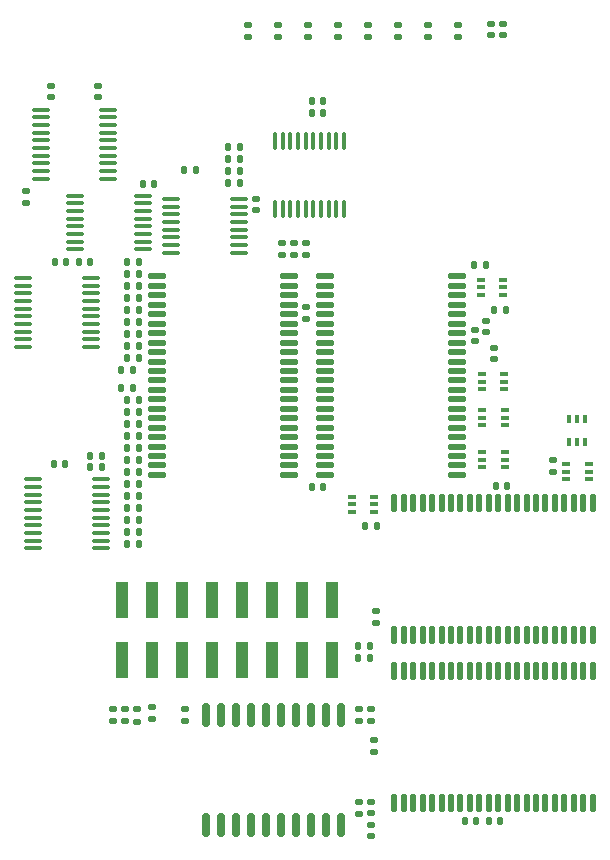
<source format=gtp>
G04 #@! TF.GenerationSoftware,KiCad,Pcbnew,9.0.2*
G04 #@! TF.CreationDate,2025-07-03T22:57:35-04:00*
G04 #@! TF.ProjectId,RamBanks,52616d42-616e-46b7-932e-6b696361645f,A*
G04 #@! TF.SameCoordinates,Original*
G04 #@! TF.FileFunction,Paste,Top*
G04 #@! TF.FilePolarity,Positive*
%FSLAX46Y46*%
G04 Gerber Fmt 4.6, Leading zero omitted, Abs format (unit mm)*
G04 Created by KiCad (PCBNEW 9.0.2) date 2025-07-03 22:57:35*
%MOMM*%
%LPD*%
G01*
G04 APERTURE LIST*
G04 Aperture macros list*
%AMRoundRect*
0 Rectangle with rounded corners*
0 $1 Rounding radius*
0 $2 $3 $4 $5 $6 $7 $8 $9 X,Y pos of 4 corners*
0 Add a 4 corners polygon primitive as box body*
4,1,4,$2,$3,$4,$5,$6,$7,$8,$9,$2,$3,0*
0 Add four circle primitives for the rounded corners*
1,1,$1+$1,$2,$3*
1,1,$1+$1,$4,$5*
1,1,$1+$1,$6,$7*
1,1,$1+$1,$8,$9*
0 Add four rect primitives between the rounded corners*
20,1,$1+$1,$2,$3,$4,$5,0*
20,1,$1+$1,$4,$5,$6,$7,0*
20,1,$1+$1,$6,$7,$8,$9,0*
20,1,$1+$1,$8,$9,$2,$3,0*%
G04 Aperture macros list end*
%ADD10RoundRect,0.140000X-0.140000X-0.170000X0.140000X-0.170000X0.140000X0.170000X-0.140000X0.170000X0*%
%ADD11RoundRect,0.100000X0.225000X0.100000X-0.225000X0.100000X-0.225000X-0.100000X0.225000X-0.100000X0*%
%ADD12RoundRect,0.135000X-0.135000X-0.185000X0.135000X-0.185000X0.135000X0.185000X-0.135000X0.185000X0*%
%ADD13RoundRect,0.140000X0.170000X-0.140000X0.170000X0.140000X-0.170000X0.140000X-0.170000X-0.140000X0*%
%ADD14RoundRect,0.135000X0.185000X-0.135000X0.185000X0.135000X-0.185000X0.135000X-0.185000X-0.135000X0*%
%ADD15RoundRect,0.135000X-0.185000X0.135000X-0.185000X-0.135000X0.185000X-0.135000X0.185000X0.135000X0*%
%ADD16RoundRect,0.137500X-0.137500X0.625000X-0.137500X-0.625000X0.137500X-0.625000X0.137500X0.625000X0*%
%ADD17RoundRect,0.135000X0.135000X0.185000X-0.135000X0.185000X-0.135000X-0.185000X0.135000X-0.185000X0*%
%ADD18RoundRect,0.100000X-0.100000X0.225000X-0.100000X-0.225000X0.100000X-0.225000X0.100000X0.225000X0*%
%ADD19RoundRect,0.140000X-0.170000X0.140000X-0.170000X-0.140000X0.170000X-0.140000X0.170000X0.140000X0*%
%ADD20RoundRect,0.100000X-0.637500X-0.100000X0.637500X-0.100000X0.637500X0.100000X-0.637500X0.100000X0*%
%ADD21RoundRect,0.137500X-0.625000X-0.137500X0.625000X-0.137500X0.625000X0.137500X-0.625000X0.137500X0*%
%ADD22RoundRect,0.140000X0.140000X0.170000X-0.140000X0.170000X-0.140000X-0.170000X0.140000X-0.170000X0*%
%ADD23RoundRect,0.147500X0.172500X-0.147500X0.172500X0.147500X-0.172500X0.147500X-0.172500X-0.147500X0*%
%ADD24RoundRect,0.100000X-0.225000X-0.100000X0.225000X-0.100000X0.225000X0.100000X-0.225000X0.100000X0*%
%ADD25RoundRect,0.100000X0.100000X-0.637500X0.100000X0.637500X-0.100000X0.637500X-0.100000X-0.637500X0*%
%ADD26R,1.000000X3.150000*%
%ADD27RoundRect,0.150000X-0.150000X0.875000X-0.150000X-0.875000X0.150000X-0.875000X0.150000X0.875000X0*%
G04 APERTURE END LIST*
D10*
G04 #@! TO.C,C314*
X144201000Y-63119000D03*
X145161000Y-63119000D03*
G04 #@! TD*
D11*
G04 #@! TO.C,D304*
X160396000Y-78516000D03*
X160396000Y-77866000D03*
X160396000Y-77216000D03*
X158496000Y-77216000D03*
X158496000Y-77866000D03*
X158496000Y-78516000D03*
G04 #@! TD*
D12*
G04 #@! TO.C,R319*
X128520000Y-82804000D03*
X129540000Y-82804000D03*
G04 #@! TD*
D10*
G04 #@! TO.C,C311*
X144170400Y-94742000D03*
X145130400Y-94742000D03*
G04 #@! TD*
D13*
G04 #@! TO.C,C329*
X159639000Y-83947000D03*
X159639000Y-82987000D03*
G04 #@! TD*
G04 #@! TO.C,C307*
X143713200Y-80512800D03*
X143713200Y-79552800D03*
G04 #@! TD*
D10*
G04 #@! TO.C,C327*
X148722200Y-98094800D03*
X149682200Y-98094800D03*
G04 #@! TD*
D13*
G04 #@! TO.C,C302*
X130683000Y-114371000D03*
X130683000Y-113411000D03*
G04 #@! TD*
D12*
G04 #@! TO.C,R344*
X128520000Y-99568000D03*
X129540000Y-99568000D03*
G04 #@! TD*
D14*
G04 #@! TO.C,R357*
X127379037Y-114617959D03*
X127379037Y-113597959D03*
G04 #@! TD*
D15*
G04 #@! TO.C,R341*
X142704000Y-74111237D03*
X142704000Y-75131237D03*
G04 #@! TD*
G04 #@! TO.C,R342*
X141688000Y-74111237D03*
X141688000Y-75131237D03*
G04 #@! TD*
D13*
G04 #@! TO.C,C321*
X149225000Y-122372000D03*
X149225000Y-121412000D03*
G04 #@! TD*
D12*
G04 #@! TO.C,R346*
X128520000Y-97536000D03*
X129540000Y-97536000D03*
G04 #@! TD*
G04 #@! TO.C,R318*
X128520000Y-81788000D03*
X129540000Y-81788000D03*
G04 #@! TD*
D10*
G04 #@! TO.C,C322*
X159161600Y-123037600D03*
X160121600Y-123037600D03*
G04 #@! TD*
D12*
G04 #@! TO.C,R321*
X128014000Y-84836000D03*
X129034000Y-84836000D03*
G04 #@! TD*
D16*
G04 #@! TO.C,U310*
X167966000Y-110379737D03*
X167166000Y-110379737D03*
X166366000Y-110379737D03*
X165566000Y-110379737D03*
X164766000Y-110379737D03*
X163966000Y-110379737D03*
X163166000Y-110379737D03*
X162366000Y-110379737D03*
X161566000Y-110379737D03*
X160766000Y-110379737D03*
X159966000Y-110379737D03*
X159166000Y-110379737D03*
X158366000Y-110379737D03*
X157566000Y-110379737D03*
X156766000Y-110379737D03*
X155966000Y-110379737D03*
X155166000Y-110379737D03*
X154366000Y-110379737D03*
X153566000Y-110379737D03*
X152766000Y-110379737D03*
X151966000Y-110379737D03*
X151166000Y-110379737D03*
X151166000Y-121554737D03*
X151966000Y-121554737D03*
X152766000Y-121554737D03*
X153566000Y-121554737D03*
X154366000Y-121554737D03*
X155166000Y-121554737D03*
X155966000Y-121554737D03*
X156766000Y-121554737D03*
X157566000Y-121554737D03*
X158366000Y-121554737D03*
X159166000Y-121554737D03*
X159966000Y-121554737D03*
X160766000Y-121554737D03*
X161566000Y-121554737D03*
X162366000Y-121554737D03*
X163166000Y-121554737D03*
X163966000Y-121554737D03*
X164766000Y-121554737D03*
X165566000Y-121554737D03*
X166366000Y-121554737D03*
X167166000Y-121554737D03*
X167966000Y-121554737D03*
G04 #@! TD*
G04 #@! TO.C,U308*
X167966000Y-96129737D03*
X167166000Y-96129737D03*
X166366000Y-96129737D03*
X165566000Y-96129737D03*
X164766000Y-96129737D03*
X163966000Y-96129737D03*
X163166000Y-96129737D03*
X162366000Y-96129737D03*
X161566000Y-96129737D03*
X160766000Y-96129737D03*
X159966000Y-96129737D03*
X159166000Y-96129737D03*
X158366000Y-96129737D03*
X157566000Y-96129737D03*
X156766000Y-96129737D03*
X155966000Y-96129737D03*
X155166000Y-96129737D03*
X154366000Y-96129737D03*
X153566000Y-96129737D03*
X152766000Y-96129737D03*
X151966000Y-96129737D03*
X151166000Y-96129737D03*
X151166000Y-107304737D03*
X151966000Y-107304737D03*
X152766000Y-107304737D03*
X153566000Y-107304737D03*
X154366000Y-107304737D03*
X155166000Y-107304737D03*
X155966000Y-107304737D03*
X156766000Y-107304737D03*
X157566000Y-107304737D03*
X158366000Y-107304737D03*
X159166000Y-107304737D03*
X159966000Y-107304737D03*
X160766000Y-107304737D03*
X161566000Y-107304737D03*
X162366000Y-107304737D03*
X163166000Y-107304737D03*
X163966000Y-107304737D03*
X164766000Y-107304737D03*
X165566000Y-107304737D03*
X166366000Y-107304737D03*
X167166000Y-107304737D03*
X167966000Y-107304737D03*
G04 #@! TD*
D17*
G04 #@! TO.C,R339*
X138132000Y-69035237D03*
X137112000Y-69035237D03*
G04 #@! TD*
D18*
G04 #@! TO.C,D303*
X167274000Y-89032000D03*
X166624000Y-89032000D03*
X165974000Y-89032000D03*
X165974000Y-90932000D03*
X166624000Y-90932000D03*
X167274000Y-90932000D03*
G04 #@! TD*
D15*
G04 #@! TO.C,R309*
X156591000Y-55678000D03*
X156591000Y-56698000D03*
G04 #@! TD*
D12*
G04 #@! TO.C,R327*
X128520000Y-91440000D03*
X129540000Y-91440000D03*
G04 #@! TD*
D19*
G04 #@! TO.C,C326*
X139446000Y-70386000D03*
X139446000Y-71346000D03*
G04 #@! TD*
D20*
G04 #@! TO.C,U301*
X121231000Y-62819237D03*
X121231000Y-63469237D03*
X121231000Y-64119237D03*
X121231000Y-64769237D03*
X121231000Y-65419237D03*
X121231000Y-66069237D03*
X121231000Y-66719237D03*
X121231000Y-67369237D03*
X121231000Y-68019237D03*
X121231000Y-68669237D03*
X126956000Y-68669237D03*
X126956000Y-68019237D03*
X126956000Y-67369237D03*
X126956000Y-66719237D03*
X126956000Y-66069237D03*
X126956000Y-65419237D03*
X126956000Y-64769237D03*
X126956000Y-64119237D03*
X126956000Y-63469237D03*
X126956000Y-62819237D03*
G04 #@! TD*
D21*
G04 #@! TO.C,U306*
X145314500Y-76944000D03*
X145314500Y-77744000D03*
X145314500Y-78544000D03*
X145314500Y-79344000D03*
X145314500Y-80144000D03*
X145314500Y-80944000D03*
X145314500Y-81744000D03*
X145314500Y-82544000D03*
X145314500Y-83344000D03*
X145314500Y-84144000D03*
X145314500Y-84944000D03*
X145314500Y-85744000D03*
X145314500Y-86544000D03*
X145314500Y-87344000D03*
X145314500Y-88144000D03*
X145314500Y-88944000D03*
X145314500Y-89744000D03*
X145314500Y-90544000D03*
X145314500Y-91344000D03*
X145314500Y-92144000D03*
X145314500Y-92944000D03*
X145314500Y-93744000D03*
X156489500Y-93744000D03*
X156489500Y-92944000D03*
X156489500Y-92144000D03*
X156489500Y-91344000D03*
X156489500Y-90544000D03*
X156489500Y-89744000D03*
X156489500Y-88944000D03*
X156489500Y-88144000D03*
X156489500Y-87344000D03*
X156489500Y-86544000D03*
X156489500Y-85744000D03*
X156489500Y-84944000D03*
X156489500Y-84144000D03*
X156489500Y-83344000D03*
X156489500Y-82544000D03*
X156489500Y-81744000D03*
X156489500Y-80944000D03*
X156489500Y-80144000D03*
X156489500Y-79344000D03*
X156489500Y-78544000D03*
X156489500Y-77744000D03*
X156489500Y-76944000D03*
G04 #@! TD*
G04 #@! TO.C,U302*
X131064500Y-76944000D03*
X131064500Y-77744000D03*
X131064500Y-78544000D03*
X131064500Y-79344000D03*
X131064500Y-80144000D03*
X131064500Y-80944000D03*
X131064500Y-81744000D03*
X131064500Y-82544000D03*
X131064500Y-83344000D03*
X131064500Y-84144000D03*
X131064500Y-84944000D03*
X131064500Y-85744000D03*
X131064500Y-86544000D03*
X131064500Y-87344000D03*
X131064500Y-88144000D03*
X131064500Y-88944000D03*
X131064500Y-89744000D03*
X131064500Y-90544000D03*
X131064500Y-91344000D03*
X131064500Y-92144000D03*
X131064500Y-92944000D03*
X131064500Y-93744000D03*
X142239500Y-93744000D03*
X142239500Y-92944000D03*
X142239500Y-92144000D03*
X142239500Y-91344000D03*
X142239500Y-90544000D03*
X142239500Y-89744000D03*
X142239500Y-88944000D03*
X142239500Y-88144000D03*
X142239500Y-87344000D03*
X142239500Y-86544000D03*
X142239500Y-85744000D03*
X142239500Y-84944000D03*
X142239500Y-84144000D03*
X142239500Y-83344000D03*
X142239500Y-82544000D03*
X142239500Y-81744000D03*
X142239500Y-80944000D03*
X142239500Y-80144000D03*
X142239500Y-79344000D03*
X142239500Y-78544000D03*
X142239500Y-77744000D03*
X142239500Y-76944000D03*
G04 #@! TD*
D17*
G04 #@! TO.C,R338*
X138132000Y-68019237D03*
X137112000Y-68019237D03*
G04 #@! TD*
D22*
G04 #@! TO.C,C320*
X158897200Y-75971400D03*
X157937200Y-75971400D03*
G04 #@! TD*
D12*
G04 #@! TO.C,R348*
X128520000Y-95504000D03*
X129540000Y-95504000D03*
G04 #@! TD*
D20*
G04 #@! TO.C,U311*
X120581500Y-94103000D03*
X120581500Y-94753000D03*
X120581500Y-95403000D03*
X120581500Y-96053000D03*
X120581500Y-96703000D03*
X120581500Y-97353000D03*
X120581500Y-98003000D03*
X120581500Y-98653000D03*
X120581500Y-99303000D03*
X120581500Y-99953000D03*
X126306500Y-99953000D03*
X126306500Y-99303000D03*
X126306500Y-98653000D03*
X126306500Y-98003000D03*
X126306500Y-97353000D03*
X126306500Y-96703000D03*
X126306500Y-96053000D03*
X126306500Y-95403000D03*
X126306500Y-94753000D03*
X126306500Y-94103000D03*
G04 #@! TD*
D12*
G04 #@! TO.C,R350*
X128520000Y-93472000D03*
X129540000Y-93472000D03*
G04 #@! TD*
G04 #@! TO.C,R345*
X128520000Y-98552000D03*
X129540000Y-98552000D03*
G04 #@! TD*
D10*
G04 #@! TO.C,C312*
X124460000Y-75692000D03*
X125420000Y-75692000D03*
G04 #@! TD*
D15*
G04 #@! TO.C,R313*
X146431000Y-55678000D03*
X146431000Y-56698000D03*
G04 #@! TD*
D14*
G04 #@! TO.C,R355*
X148207037Y-114617959D03*
X148207037Y-113597959D03*
G04 #@! TD*
D12*
G04 #@! TO.C,R329*
X128520000Y-80772000D03*
X129540000Y-80772000D03*
G04 #@! TD*
D22*
G04 #@! TO.C,C308*
X123317000Y-92837000D03*
X122357000Y-92837000D03*
G04 #@! TD*
D13*
G04 #@! TO.C,C306*
X122130000Y-61740237D03*
X122130000Y-60780237D03*
G04 #@! TD*
D19*
G04 #@! TO.C,C316*
X160401000Y-55555000D03*
X160401000Y-56515000D03*
G04 #@! TD*
D13*
G04 #@! TO.C,C305*
X148156237Y-122429841D03*
X148156237Y-121469841D03*
G04 #@! TD*
D20*
G04 #@! TO.C,U305*
X119751000Y-77074000D03*
X119751000Y-77724000D03*
X119751000Y-78374000D03*
X119751000Y-79024000D03*
X119751000Y-79674000D03*
X119751000Y-80324000D03*
X119751000Y-80974000D03*
X119751000Y-81624000D03*
X119751000Y-82274000D03*
X119751000Y-82924000D03*
X125476000Y-82924000D03*
X125476000Y-82274000D03*
X125476000Y-81624000D03*
X125476000Y-80974000D03*
X125476000Y-80324000D03*
X125476000Y-79674000D03*
X125476000Y-79024000D03*
X125476000Y-78374000D03*
X125476000Y-77724000D03*
X125476000Y-77074000D03*
G04 #@! TD*
D12*
G04 #@! TO.C,R347*
X128524000Y-96520000D03*
X129544000Y-96520000D03*
G04 #@! TD*
G04 #@! TO.C,R334*
X128524000Y-75692000D03*
X129544000Y-75692000D03*
G04 #@! TD*
D20*
G04 #@! TO.C,U304*
X132265500Y-70369000D03*
X132265500Y-71019000D03*
X132265500Y-71669000D03*
X132265500Y-72319000D03*
X132265500Y-72969000D03*
X132265500Y-73619000D03*
X132265500Y-74269000D03*
X132265500Y-74919000D03*
X137990500Y-74919000D03*
X137990500Y-74269000D03*
X137990500Y-73619000D03*
X137990500Y-72969000D03*
X137990500Y-72319000D03*
X137990500Y-71669000D03*
X137990500Y-71019000D03*
X137990500Y-70369000D03*
G04 #@! TD*
D12*
G04 #@! TO.C,R325*
X128520000Y-89408000D03*
X129540000Y-89408000D03*
G04 #@! TD*
D14*
G04 #@! TO.C,R354*
X149223037Y-114617959D03*
X149223037Y-113597959D03*
G04 #@! TD*
D17*
G04 #@! TO.C,R337*
X138136000Y-67003237D03*
X137116000Y-67003237D03*
G04 #@! TD*
D23*
G04 #@! TO.C,D301*
X158944000Y-81676896D03*
X158944000Y-80706896D03*
G04 #@! TD*
D13*
G04 #@! TO.C,C310*
X157988000Y-82445800D03*
X157988000Y-81485800D03*
G04 #@! TD*
D22*
G04 #@! TO.C,C309*
X158115000Y-123063000D03*
X157155000Y-123063000D03*
G04 #@! TD*
D14*
G04 #@! TO.C,R359*
X128395037Y-114617959D03*
X128395037Y-113597959D03*
G04 #@! TD*
G04 #@! TO.C,R356*
X133475037Y-114617959D03*
X133475037Y-113597959D03*
G04 #@! TD*
D15*
G04 #@! TO.C,R310*
X154051000Y-55678000D03*
X154051000Y-56698000D03*
G04 #@! TD*
D10*
G04 #@! TO.C,C315*
X144201000Y-62103000D03*
X145161000Y-62103000D03*
G04 #@! TD*
D15*
G04 #@! TO.C,R314*
X143891000Y-55678000D03*
X143891000Y-56698000D03*
G04 #@! TD*
D19*
G04 #@! TO.C,C301*
X149225000Y-123373000D03*
X149225000Y-124333000D03*
G04 #@! TD*
D24*
G04 #@! TO.C,D309*
X158628000Y-91806000D03*
X158628000Y-92456000D03*
X158628000Y-93106000D03*
X160528000Y-93106000D03*
X160528000Y-92456000D03*
X160528000Y-91806000D03*
G04 #@! TD*
D17*
G04 #@! TO.C,R317*
X160599000Y-79771896D03*
X159579000Y-79771896D03*
G04 #@! TD*
D14*
G04 #@! TO.C,R326*
X120015000Y-70743000D03*
X120015000Y-69723000D03*
G04 #@! TD*
D25*
G04 #@! TO.C,U307*
X141060000Y-71204237D03*
X141710000Y-71204237D03*
X142360000Y-71204237D03*
X143010000Y-71204237D03*
X143660000Y-71204237D03*
X144310000Y-71204237D03*
X144960000Y-71204237D03*
X145610000Y-71204237D03*
X146260000Y-71204237D03*
X146910000Y-71204237D03*
X146910000Y-65479237D03*
X146260000Y-65479237D03*
X145610000Y-65479237D03*
X144960000Y-65479237D03*
X144310000Y-65479237D03*
X143660000Y-65479237D03*
X143010000Y-65479237D03*
X142360000Y-65479237D03*
X141710000Y-65479237D03*
X141060000Y-65479237D03*
G04 #@! TD*
D26*
G04 #@! TO.C,J103*
X145870237Y-104335559D03*
X145870237Y-109385559D03*
X143330237Y-104335559D03*
X143330237Y-109385559D03*
X140790237Y-104335559D03*
X140790237Y-109385559D03*
X138250237Y-104335559D03*
X138250237Y-109385559D03*
X135710237Y-104335559D03*
X135710237Y-109385559D03*
X133170237Y-104335559D03*
X133170237Y-109385559D03*
X130630237Y-104335559D03*
X130630237Y-109385559D03*
X128090237Y-104335559D03*
X128090237Y-109385559D03*
G04 #@! TD*
D12*
G04 #@! TO.C,R323*
X128520000Y-87376000D03*
X129540000Y-87376000D03*
G04 #@! TD*
D20*
G04 #@! TO.C,U309*
X124137500Y-70104000D03*
X124137500Y-70754000D03*
X124137500Y-71404000D03*
X124137500Y-72054000D03*
X124137500Y-72704000D03*
X124137500Y-73354000D03*
X124137500Y-74004000D03*
X124137500Y-74654000D03*
X129862500Y-74654000D03*
X129862500Y-74004000D03*
X129862500Y-73354000D03*
X129862500Y-72704000D03*
X129862500Y-72054000D03*
X129862500Y-71404000D03*
X129862500Y-70754000D03*
X129862500Y-70104000D03*
G04 #@! TD*
D12*
G04 #@! TO.C,R333*
X128524000Y-76708000D03*
X129544000Y-76708000D03*
G04 #@! TD*
D17*
G04 #@! TO.C,R336*
X138136000Y-65987237D03*
X137116000Y-65987237D03*
G04 #@! TD*
D10*
G04 #@! TO.C,C328*
X129850000Y-69088000D03*
X130810000Y-69088000D03*
G04 #@! TD*
D19*
G04 #@! TO.C,C317*
X149631400Y-105288200D03*
X149631400Y-106248200D03*
G04 #@! TD*
D22*
G04 #@! TO.C,C325*
X126390400Y-92151200D03*
X125430400Y-92151200D03*
G04 #@! TD*
D12*
G04 #@! TO.C,R320*
X128520000Y-83820000D03*
X129540000Y-83820000D03*
G04 #@! TD*
D15*
G04 #@! TO.C,R312*
X148971000Y-55678000D03*
X148971000Y-56698000D03*
G04 #@! TD*
D17*
G04 #@! TO.C,R352*
X149100000Y-109220000D03*
X148080000Y-109220000D03*
G04 #@! TD*
D15*
G04 #@! TO.C,R315*
X141351000Y-55678000D03*
X141351000Y-56698000D03*
G04 #@! TD*
D17*
G04 #@! TO.C,R335*
X134366000Y-67945000D03*
X133346000Y-67945000D03*
G04 #@! TD*
D24*
G04 #@! TO.C,D308*
X147553600Y-95580200D03*
X147553600Y-96230200D03*
X147553600Y-96880200D03*
X149453600Y-96880200D03*
X149453600Y-96230200D03*
X149453600Y-95580200D03*
G04 #@! TD*
D22*
G04 #@! TO.C,C313*
X123388000Y-75692000D03*
X122428000Y-75692000D03*
G04 #@! TD*
D12*
G04 #@! TO.C,R331*
X128524000Y-78740000D03*
X129544000Y-78740000D03*
G04 #@! TD*
D14*
G04 #@! TO.C,R358*
X129411037Y-114621959D03*
X129411037Y-113601959D03*
G04 #@! TD*
D19*
G04 #@! TO.C,C304*
X159385000Y-55555000D03*
X159385000Y-56515000D03*
G04 #@! TD*
D12*
G04 #@! TO.C,R351*
X128520000Y-92456000D03*
X129540000Y-92456000D03*
G04 #@! TD*
D15*
G04 #@! TO.C,R316*
X138811000Y-55678000D03*
X138811000Y-56698000D03*
G04 #@! TD*
D17*
G04 #@! TO.C,R353*
X149102000Y-108246000D03*
X148082000Y-108246000D03*
G04 #@! TD*
D24*
G04 #@! TO.C,D306*
X158628000Y-88250000D03*
X158628000Y-88900000D03*
X158628000Y-89550000D03*
X160528000Y-89550000D03*
X160528000Y-88900000D03*
X160528000Y-88250000D03*
G04 #@! TD*
D11*
G04 #@! TO.C,D302*
X167640000Y-94122000D03*
X167640000Y-93472000D03*
X167640000Y-92822000D03*
X165740000Y-92822000D03*
X165740000Y-93472000D03*
X165740000Y-94122000D03*
G04 #@! TD*
D13*
G04 #@! TO.C,C303*
X126067000Y-61740237D03*
X126067000Y-60780237D03*
G04 #@! TD*
D12*
G04 #@! TO.C,R328*
X128520000Y-90424000D03*
X129540000Y-90424000D03*
G04 #@! TD*
D19*
G04 #@! TO.C,C319*
X164617400Y-92506800D03*
X164617400Y-93466800D03*
G04 #@! TD*
D10*
G04 #@! TO.C,C318*
X159766000Y-94665800D03*
X160726000Y-94665800D03*
G04 #@! TD*
D24*
G04 #@! TO.C,D307*
X158562000Y-85202000D03*
X158562000Y-85852000D03*
X158562000Y-86502000D03*
X160462000Y-86502000D03*
X160462000Y-85852000D03*
X160462000Y-85202000D03*
G04 #@! TD*
D12*
G04 #@! TO.C,R349*
X128520000Y-94488000D03*
X129540000Y-94488000D03*
G04 #@! TD*
G04 #@! TO.C,R332*
X128524000Y-77724000D03*
X129544000Y-77724000D03*
G04 #@! TD*
G04 #@! TO.C,R330*
X128524000Y-79756000D03*
X129544000Y-79756000D03*
G04 #@! TD*
G04 #@! TO.C,R322*
X128012000Y-86360000D03*
X129032000Y-86360000D03*
G04 #@! TD*
D22*
G04 #@! TO.C,C324*
X126390400Y-93065600D03*
X125430400Y-93065600D03*
G04 #@! TD*
D15*
G04 #@! TO.C,R340*
X143720000Y-74111237D03*
X143720000Y-75131237D03*
G04 #@! TD*
G04 #@! TO.C,R311*
X151511000Y-55678000D03*
X151511000Y-56698000D03*
G04 #@! TD*
D27*
G04 #@! TO.C,U303*
X146632237Y-114059159D03*
X145362237Y-114059159D03*
X144092237Y-114059159D03*
X142822237Y-114059159D03*
X141552237Y-114059159D03*
X140282237Y-114059159D03*
X139012237Y-114059159D03*
X137742237Y-114059159D03*
X136472237Y-114059159D03*
X135202237Y-114059159D03*
X135202237Y-123359159D03*
X136472237Y-123359159D03*
X137742237Y-123359159D03*
X139012237Y-123359159D03*
X140282237Y-123359159D03*
X141552237Y-123359159D03*
X142822237Y-123359159D03*
X144092237Y-123359159D03*
X145362237Y-123359159D03*
X146632237Y-123359159D03*
G04 #@! TD*
D19*
G04 #@! TO.C,C323*
X149479000Y-116205000D03*
X149479000Y-117165000D03*
G04 #@! TD*
D12*
G04 #@! TO.C,R324*
X128520000Y-88392000D03*
X129540000Y-88392000D03*
G04 #@! TD*
M02*

</source>
